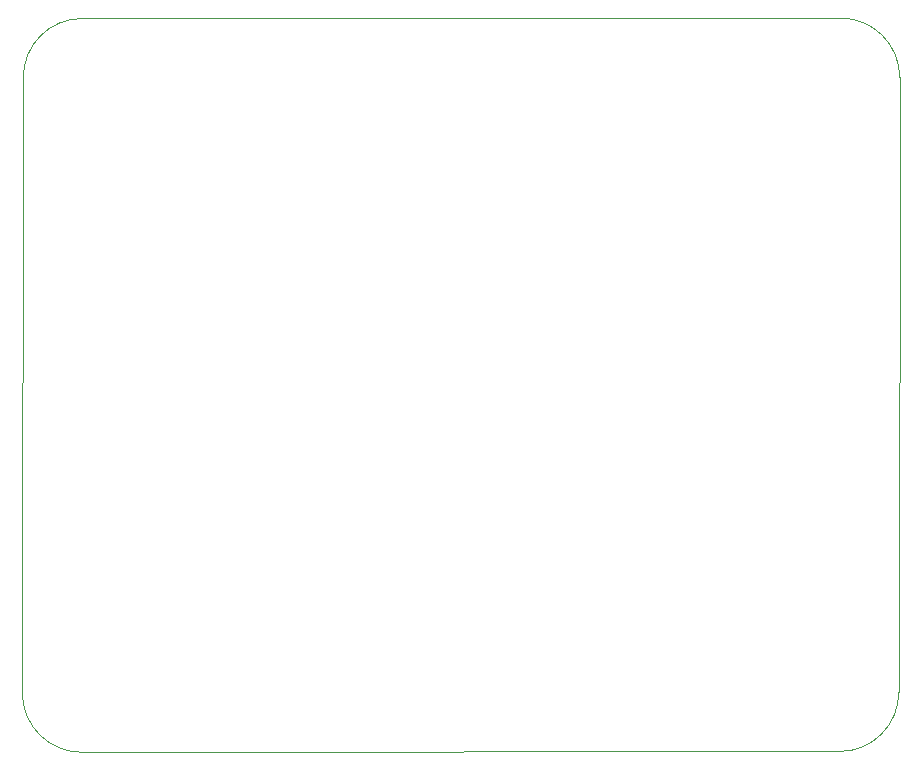
<source format=gbr>
G04 #@! TF.GenerationSoftware,KiCad,Pcbnew,5.1.5-52549c5~84~ubuntu18.04.1*
G04 #@! TF.CreationDate,2020-06-18T15:22:24-04:00*
G04 #@! TF.ProjectId,ib4,6962342e-6b69-4636-9164-5f7063625858,rev?*
G04 #@! TF.SameCoordinates,PX3851b98PY542d128*
G04 #@! TF.FileFunction,Profile,NP*
%FSLAX46Y46*%
G04 Gerber Fmt 4.6, Leading zero omitted, Abs format (unit mm)*
G04 Created by KiCad (PCBNEW 5.1.5-52549c5~84~ubuntu18.04.1) date 2020-06-18 15:22:24*
%MOMM*%
%LPD*%
G04 APERTURE LIST*
%ADD10C,0.050000*%
G04 APERTURE END LIST*
D10*
X74295000Y57150000D02*
X74218890Y5080000D01*
X93766Y57150000D02*
X3933Y5022467D01*
X69245067Y76200D02*
X5080000Y0D01*
X5080000Y62136234D02*
X69303900Y62166499D01*
X5080000Y0D02*
G75*
G02X3933Y5022467I-26800J5049267D01*
G01*
X74218890Y5080000D02*
G75*
G02X69245067Y76200I-5003890J0D01*
G01*
X69303900Y62166500D02*
G75*
G02X74295000Y57150000I-12845J-5003945D01*
G01*
X93766Y57150000D02*
G75*
G02X5080000Y62136234I4986234J0D01*
G01*
M02*

</source>
